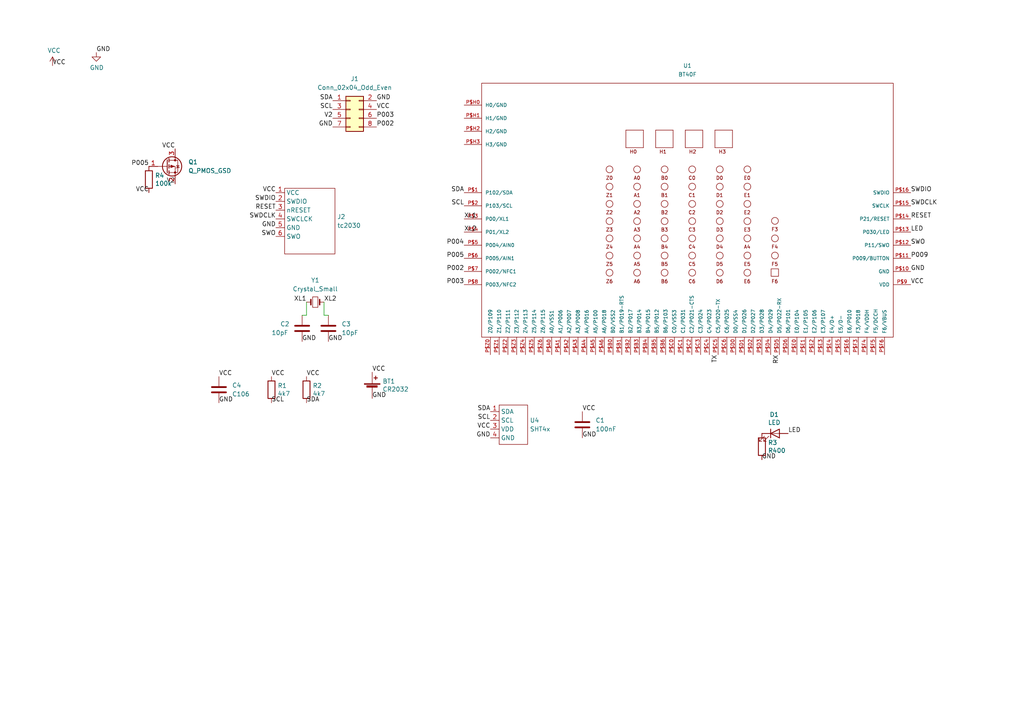
<source format=kicad_sch>
(kicad_sch (version 20211123) (generator eeschema)
  (paper "A4")
  (lib_symbols
    (symbol "Connector_Generic:Conn_02x04_Odd_Even" (pin_names (offset 1.016) hide)
      (property "Reference" "J" (at 1.27 5.08 0))
      (property "Value" "Conn_02x04_Odd_Even" (at 1.27 -7.62 0))
      (symbol "Conn_02x04_Odd_Even_1_1"
        (rectangle (start -1.27 -4.953) (end 0 -5.207) (stroke (width 0.1524)))
        (rectangle (start -1.27 -2.413) (end 0 -2.667) (stroke (width 0.1524)))
        (rectangle (start -1.27 0.127) (end 0 -0.127) (stroke (width 0.1524)))
        (rectangle (start -1.27 2.667) (end 0 2.413) (stroke (width 0.1524)))
        (rectangle (start -1.27 3.81) (end 3.81 -6.35) (stroke (width 0.254)) (fill (type background)))
        (rectangle (start 3.81 -4.953) (end 2.54 -5.207) (stroke (width 0.1524)))
        (rectangle (start 3.81 -2.413) (end 2.54 -2.667) (stroke (width 0.1524)))
        (rectangle (start 3.81 0.127) (end 2.54 -0.127) (stroke (width 0.1524)))
        (rectangle (start 3.81 2.667) (end 2.54 2.413) (stroke (width 0.1524)))
        (pin passive line (at -5.08 2.54 0) (length 3.81) (name "Pin_1") (number "1"))
        (pin passive line (at 7.62 2.54 180) (length 3.81) (name "Pin_2") (number "2"))
        (pin passive line (at -5.08 0 0) (length 3.81) (name "Pin_3") (number "3"))
        (pin passive line (at 7.62 0 180) (length 3.81) (name "Pin_4") (number "4"))
        (pin passive line (at -5.08 -2.54 0) (length 3.81) (name "Pin_5") (number "5"))
        (pin passive line (at 7.62 -2.54 180) (length 3.81) (name "Pin_6") (number "6"))
        (pin passive line (at -5.08 -5.08 0) (length 3.81) (name "Pin_7") (number "7"))
        (pin passive line (at 7.62 -5.08 180) (length 3.81) (name "Pin_8") (number "8"))
      )
    )
    (symbol "Device:Battery_Cell" (pin_numbers hide) (pin_names (offset 0) hide)
      (property "Reference" "BT" (at 2.54 2.54 0))
      (property "Value" "Battery_Cell" (at 2.54 0 0))
      (symbol "Battery_Cell_0_1"
        (rectangle (start -2.286 1.778) (end 2.286 1.524) (fill (type outline)))
        (rectangle (start -1.5748 1.1938) (end 1.4732 0.6858) (fill (type outline)))
        (polyline (pts (xy 0 0.762) (xy 0 0)))
        (polyline (pts (xy 0 1.778) (xy 0 2.54)))
        (polyline (pts (xy 0.508 3.429) (xy 1.524 3.429)) (stroke (width 0.254)))
        (polyline (pts (xy 1.016 3.937) (xy 1.016 2.921)) (stroke (width 0.254)))
      )
      (symbol "Battery_Cell_1_1"
        (pin passive line (at 0 5.08 270) (length 2.54) (name "+") (number "1"))
        (pin passive line (at 0 -2.54 90) (length 2.54) (name "-") (number "2"))
      )
    )
    (symbol "Device:C" (pin_numbers hide) (pin_names (offset 0.254))
      (property "Reference" "C" (at 0.635 2.54 0))
      (property "Value" "C" (at 0.635 -2.54 0))
      (symbol "C_0_1"
        (polyline (pts (xy -2.032 -0.762) (xy 2.032 -0.762)) (stroke (width 0.508)))
        (polyline (pts (xy -2.032 0.762) (xy 2.032 0.762)) (stroke (width 0.508)))
      )
      (symbol "C_1_1"
        (pin passive line (at 0 3.81 270) (length 2.794) (name "~") (number "1"))
        (pin passive line (at 0 -3.81 90) (length 2.794) (name "~") (number "2"))
      )
    )
    (symbol "Device:Crystal_Small" (pin_numbers hide) (pin_names (offset 1.016) hide)
      (property "Reference" "Y" (at 0 2.54 0))
      (property "Value" "Crystal_Small" (at 0 -2.54 0))
      (symbol "Crystal_Small_0_1"
        (rectangle (start -0.762 -1.524) (end 0.762 1.524))
        (polyline (pts (xy -1.27 -0.762) (xy -1.27 0.762)) (stroke (width 0.381)))
        (polyline (pts (xy 1.27 -0.762) (xy 1.27 0.762)) (stroke (width 0.381)))
      )
      (symbol "Crystal_Small_1_1"
        (pin passive line (at -2.54 0 0) (length 1.27) (name "1") (number "1"))
        (pin passive line (at 2.54 0 180) (length 1.27) (name "2") (number "2"))
      )
    )
    (symbol "Device:LED" (pin_numbers hide) (pin_names (offset 1.016) hide)
      (property "Reference" "D" (at 0 2.54 0))
      (property "Value" "LED" (at 0 -2.54 0))
      (symbol "LED_0_1"
        (polyline (pts (xy -1.27 -1.27) (xy -1.27 1.27)) (stroke (width 0.254)))
        (polyline (pts (xy -1.27 0) (xy 1.27 0)))
        (polyline (pts (xy 1.27 -1.27) (xy 1.27 1.27) (xy -1.27 0) (xy 1.27 -1.27)) (stroke (width 0.254)))
        (polyline (pts (xy -3.048 -0.762) (xy -4.572 -2.286) (xy -3.81 -2.286) (xy -4.572 -2.286) (xy -4.572 -1.524)))
        (polyline (pts (xy -1.778 -0.762) (xy -3.302 -2.286) (xy -2.54 -2.286) (xy -3.302 -2.286) (xy -3.302 -1.524)))
      )
      (symbol "LED_1_1"
        (pin passive line (at -3.81 0 0) (length 2.54) (name "K") (number "1"))
        (pin passive line (at 3.81 0 180) (length 2.54) (name "A") (number "2"))
      )
    )
    (symbol "Device:Q_PMOS_GSD" (pin_names (offset 0) hide)
      (property "Reference" "Q" (at 5.08 1.27 0))
      (property "Value" "Q_PMOS_GSD" (at 5.08 -1.27 0))
      (symbol "Q_PMOS_GSD_0_1"
        (polyline (pts (xy 0.254 0) (xy -2.54 0)))
        (polyline (pts (xy 0.254 1.905) (xy 0.254 -1.905)) (stroke (width 0.254)))
        (polyline (pts (xy 0.762 -1.27) (xy 0.762 -2.286)) (stroke (width 0.254)))
        (polyline (pts (xy 0.762 0.508) (xy 0.762 -0.508)) (stroke (width 0.254)))
        (polyline (pts (xy 0.762 2.286) (xy 0.762 1.27)) (stroke (width 0.254)))
        (polyline (pts (xy 2.54 2.54) (xy 2.54 1.778)))
        (polyline (pts (xy 2.54 -2.54) (xy 2.54 0) (xy 0.762 0)))
        (polyline (pts (xy 0.762 1.778) (xy 3.302 1.778) (xy 3.302 -1.778) (xy 0.762 -1.778)))
        (polyline (pts (xy 2.286 0) (xy 1.27 0.381) (xy 1.27 -0.381) (xy 2.286 0)) (fill (type outline)))
        (polyline (pts (xy 2.794 -0.508) (xy 2.921 -0.381) (xy 3.683 -0.381) (xy 3.81 -0.254)))
        (polyline (pts (xy 3.302 -0.381) (xy 2.921 0.254) (xy 3.683 0.254) (xy 3.302 -0.381)))
        (circle (center 1.651 0) (radius 2.794) (stroke (width 0.254)))
        (circle (center 2.54 -1.778) (radius 0.254) (fill (type outline)))
        (circle (center 2.54 1.778) (radius 0.254) (fill (type outline)))
      )
      (symbol "Q_PMOS_GSD_1_1"
        (pin input line (at -5.08 0 0) (length 2.54) (name "G") (number "1"))
        (pin passive line (at 2.54 -5.08 90) (length 2.54) (name "S") (number "2"))
        (pin passive line (at 2.54 5.08 270) (length 2.54) (name "D") (number "3"))
      )
    )
    (symbol "Device:R" (pin_numbers hide) (pin_names (offset 0))
      (property "Reference" "R" (at 2.032 0 90))
      (property "Value" "R" (at 0 0 90))
      (symbol "R_0_1"
        (rectangle (start -1.016 -2.54) (end 1.016 2.54) (stroke (width 0.254)))
      )
      (symbol "R_1_1"
        (pin passive line (at 0 3.81 270) (length 1.27) (name "~") (number "1"))
        (pin passive line (at 0 -3.81 90) (length 1.27) (name "~") (number "2"))
      )
    )
    (symbol "Fanstel:BT40F" (pin_names (offset 1.016))
      (property "Reference" "U1" (at 2.54 52.07 0))
      (property "Value" "BT40F" (at 2.54 49.53 0))
      (symbol "BT40F_0_1"
        (rectangle (start -57.15 46.99) (end 62.23 -26.67))
      )
      (symbol "BT40F_1_0"
        (polyline (pts (xy -15.3162 28.2956) (xy -15.3162 33.3756)))
        (polyline (pts (xy -15.3162 33.3756) (xy -10.2362 33.3756)))
        (polyline (pts (xy -10.2362 28.2956) (xy -15.3162 28.2956)))
        (polyline (pts (xy -10.2362 33.3756) (xy -10.2362 28.2956)))
        (polyline (pts (xy -6.6802 28.2956) (xy -6.6802 33.3756)))
        (polyline (pts (xy -6.6802 33.3756) (xy -1.6256 33.3756)))
        (polyline (pts (xy -1.6256 28.2956) (xy -6.6802 28.2956)))
        (polyline (pts (xy -1.6256 33.3756) (xy -1.6256 28.2956)))
        (polyline (pts (xy 1.905 28.2956) (xy 1.905 33.3756)))
        (polyline (pts (xy 1.905 33.3756) (xy 6.985 33.3756)))
        (polyline (pts (xy 6.985 28.2956) (xy 1.905 28.2956)))
        (polyline (pts (xy 6.985 33.3756) (xy 6.985 28.2956)))
        (polyline (pts (xy 10.5156 28.2956) (xy 10.5156 33.3756)))
        (polyline (pts (xy 10.5156 33.3756) (xy 15.5956 33.3756)))
        (polyline (pts (xy 15.5956 28.2956) (xy 10.5156 28.2956)))
        (polyline (pts (xy 15.5956 33.3756) (xy 15.5956 28.2956)))
        (text "A0" (at -12.0904 19.5072 0) (effects (font (size 1.016 1.016))))
        (text "A1" (at -12.0904 14.5034 0) (effects (font (size 1.016 1.016))))
        (text "A2" (at -12.0904 9.4996 0) (effects (font (size 1.016 1.016))))
        (text "A3" (at -12.0904 4.4958 0) (effects (font (size 1.016 1.016))))
        (text "A4" (at -12.0904 -0.4826 0) (effects (font (size 1.016 1.016))))
        (text "A4" (at 19.8628 -0.4826 0) (effects (font (size 1.016 1.016))))
        (text "A5" (at -12.0904 -5.4864 0) (effects (font (size 1.016 1.016))))
        (text "A6" (at -12.0904 -10.4902 0) (effects (font (size 1.016 1.016))))
        (text "B0" (at -4.1148 19.5072 0) (effects (font (size 1.016 1.016))))
        (text "B1" (at -4.1148 14.5034 0) (effects (font (size 1.016 1.016))))
        (text "B2" (at -4.1148 9.4996 0) (effects (font (size 1.016 1.016))))
        (text "B3" (at -4.1148 4.4958 0) (effects (font (size 1.016 1.016))))
        (text "B4" (at -4.1148 -0.4826 0) (effects (font (size 1.016 1.016))))
        (text "B5" (at -4.1148 -5.4864 0) (effects (font (size 1.016 1.016))))
        (text "B6" (at -4.1148 -10.4902 0) (effects (font (size 1.016 1.016))))
        (text "C0" (at 3.8608 19.5072 0) (effects (font (size 1.016 1.016))))
        (text "C1" (at 3.8608 14.5034 0) (effects (font (size 1.016 1.016))))
        (text "C2" (at 3.8608 9.4996 0) (effects (font (size 1.016 1.016))))
        (text "C3" (at 3.8608 4.4958 0) (effects (font (size 1.016 1.016))))
        (text "C4" (at 3.8608 -0.4826 0) (effects (font (size 1.016 1.016))))
        (text "C5" (at 3.8608 -5.4864 0) (effects (font (size 1.016 1.016))))
        (text "C6" (at 3.8608 -10.4902 0) (effects (font (size 1.016 1.016))))
        (text "D0" (at 11.8618 19.5072 0) (effects (font (size 1.016 1.016))))
        (text "D1" (at 11.8618 14.5034 0) (effects (font (size 1.016 1.016))))
        (text "D2" (at 11.8618 9.4996 0) (effects (font (size 1.016 1.016))))
        (text "D3" (at 11.8618 4.4958 0) (effects (font (size 1.016 1.016))))
        (text "D4" (at 11.8618 -0.4826 0) (effects (font (size 1.016 1.016))))
        (text "D5" (at 11.8618 -5.4864 0) (effects (font (size 1.016 1.016))))
        (text "D6" (at 11.8618 -10.4902 0) (effects (font (size 1.016 1.016))))
        (text "E0" (at 19.8628 19.5072 0) (effects (font (size 1.016 1.016))))
        (text "E1" (at 19.8628 14.5034 0) (effects (font (size 1.016 1.016))))
        (text "E2" (at 19.8628 9.4996 0) (effects (font (size 1.016 1.016))))
        (text "E3" (at 19.8628 4.4958 0) (effects (font (size 1.016 1.016))))
        (text "E5" (at 19.8628 -5.4864 0) (effects (font (size 1.016 1.016))))
        (text "E6" (at 19.8628 -10.4902 0) (effects (font (size 1.016 1.016))))
        (text "F4" (at 27.8638 -0.4826 0) (effects (font (size 1.016 1.016))))
        (text "F5" (at 27.8638 -5.4864 0) (effects (font (size 1.016 1.016))))
        (text "F6" (at 27.8638 -10.4902 0) (effects (font (size 1.016 1.016))))
        (text "H0" (at -13.1826 27.1272 0) (effects (font (size 1.016 1.016))))
        (text "H1" (at -4.572 27.1272 0) (effects (font (size 1.016 1.016))))
        (text "H2" (at 4.0386 27.1272 0) (effects (font (size 1.016 1.016))))
        (text "H3" (at 12.6492 27.1272 0) (effects (font (size 1.016 1.016))))
        (text "Z0" (at -20.0914 19.5072 0) (effects (font (size 1.016 1.016))))
        (text "Z1" (at -20.0914 14.5034 0) (effects (font (size 1.016 1.016))))
        (text "Z2" (at -20.0914 9.4996 0) (effects (font (size 1.016 1.016))))
        (text "Z3" (at -20.0914 4.4958 0) (effects (font (size 1.016 1.016))))
        (text "Z4" (at -20.0914 -0.4826 0) (effects (font (size 1.016 1.016))))
        (text "Z5" (at -20.0914 -5.4864 0) (effects (font (size 1.016 1.016))))
        (text "Z6" (at -20.0914 -10.4902 0) (effects (font (size 1.016 1.016))))
      )
      (symbol "BT40F_1_1"
        (circle (center -20.066 -7.9756) (radius 0.9906))
        (circle (center -20.066 -2.9972) (radius 0.9906))
        (circle (center -20.066 1.9812) (radius 0.9906))
        (circle (center -20.066 6.985) (radius 0.9906))
        (circle (center -20.066 11.9888) (radius 0.9906))
        (circle (center -20.066 16.9926) (radius 0.9906))
        (circle (center -20.066 21.9964) (radius 0.9906))
        (circle (center -12.065 -7.9756) (radius 0.9906))
        (circle (center -12.065 -2.9972) (radius 0.9906))
        (circle (center -12.065 1.9812) (radius 0.9906))
        (circle (center -12.065 6.985) (radius 0.9906))
        (circle (center -12.065 11.9888) (radius 0.9906))
        (circle (center -12.065 16.9926) (radius 0.9906))
        (circle (center -12.065 21.9964) (radius 0.9906))
        (circle (center -4.0894 -7.9756) (radius 0.9906))
        (circle (center -4.0894 -2.9972) (radius 0.9906))
        (circle (center -4.0894 1.9812) (radius 0.9906))
        (circle (center -4.0894 6.985) (radius 0.9906))
        (circle (center -4.0894 11.9888) (radius 0.9906))
        (circle (center -4.0894 16.9926) (radius 0.9906))
        (circle (center -4.0894 21.9964) (radius 0.9906))
        (circle (center 3.9116 -7.9756) (radius 0.9906))
        (circle (center 3.9116 -2.9972) (radius 0.9906))
        (circle (center 3.9116 1.9812) (radius 0.9906))
        (circle (center 3.9116 6.985) (radius 0.9906))
        (circle (center 3.9116 11.9888) (radius 0.9906))
        (circle (center 3.9116 16.9926) (radius 0.9906))
        (circle (center 3.9116 21.9964) (radius 0.9906))
        (circle (center 11.9126 -7.9756) (radius 0.9906))
        (circle (center 11.9126 -2.9972) (radius 0.9906))
        (circle (center 11.9126 1.9812) (radius 0.9906))
        (circle (center 11.9126 6.985) (radius 0.9906))
        (circle (center 11.9126 11.9888) (radius 0.9906))
        (circle (center 11.9126 16.9926) (radius 0.9906))
        (circle (center 11.9126 21.9964) (radius 0.9906))
        (circle (center 19.9136 -7.9756) (radius 0.9906))
        (circle (center 19.9136 -2.9972) (radius 0.9906))
        (circle (center 19.9136 1.9812) (radius 0.9906))
        (circle (center 19.9136 6.985) (radius 0.9906))
        (circle (center 19.9136 11.9888) (radius 0.9906))
        (circle (center 19.9136 16.9926) (radius 0.9906))
        (circle (center 19.9136 21.9964) (radius 0.9906))
        (rectangle (start 26.797 -6.858) (end 28.956 -9.017))
        (circle (center 27.9146 -2.9972) (radius 0.9906))
        (circle (center 27.9146 1.9812) (radius 0.9906))
        (circle (center 27.9146 7.0612) (radius 0.9906))
        (text "F3" (at 27.8638 4.5974 0) (effects (font (size 1.016 1.016))))
        (pin bidirectional line (at -62.23 15.24 0) (length 5.08) (name "P102/SDA") (number "P$1"))
        (pin bidirectional line (at 67.31 -7.62 180) (length 5.08) (name "GND") (number "P$10"))
        (pin bidirectional line (at 67.31 -3.81 180) (length 5.08) (name "P009/BUTTON") (number "P$11"))
        (pin bidirectional line (at 67.31 0 180) (length 5.08) (name "P11/SWO") (number "P$12"))
        (pin bidirectional line (at 67.31 3.81 180) (length 5.08) (name "P030/LED") (number "P$13"))
        (pin bidirectional line (at 67.31 7.62 180) (length 5.08) (name "P21/RESET") (number "P$14"))
        (pin bidirectional line (at 67.31 11.43 180) (length 5.08) (name "SWCLK") (number "P$15"))
        (pin bidirectional line (at 67.31 15.24 180) (length 5.08) (name "SWDIO") (number "P$16"))
        (pin bidirectional line (at -62.23 11.43 0) (length 5.08) (name "P103/SCL") (number "P$2"))
        (pin bidirectional line (at -62.23 7.62 0) (length 5.08) (name "P00/XL1") (number "P$3"))
        (pin bidirectional line (at -62.23 3.81 0) (length 5.08) (name "P01/XL2") (number "P$4"))
        (pin bidirectional line (at -62.23 0 0) (length 5.08) (name "P004/AIN0") (number "P$5"))
        (pin bidirectional line (at -62.23 -3.81 0) (length 5.08) (name "P005/AIN1") (number "P$6"))
        (pin bidirectional line (at -62.23 -7.62 0) (length 5.08) (name "P002/NFC1") (number "P$7"))
        (pin bidirectional line (at -62.23 -11.43 0) (length 5.08) (name "P003/NFC2") (number "P$8"))
        (pin bidirectional line (at 67.31 -11.43 180) (length 5.08) (name "VDD") (number "P$9"))
        (pin bidirectional line (at -36.83 -31.75 90) (length 5.08) (name "A0/VSS1") (number "P$A0"))
        (pin bidirectional line (at -34.29 -31.75 90) (length 5.08) (name "A1/P006") (number "P$A1"))
        (pin bidirectional line (at -31.75 -31.75 90) (length 5.08) (name "A2/P007") (number "P$A2"))
        (pin bidirectional line (at -29.21 -31.75 90) (length 5.08) (name "A3/P008") (number "P$A3"))
        (pin bidirectional line (at -26.67 -31.75 90) (length 5.08) (name "A4/P016") (number "P$A4"))
        (pin bidirectional line (at -24.13 -31.75 90) (length 5.08) (name "A5/P100") (number "P$A5"))
        (pin bidirectional line (at -21.59 -31.75 90) (length 5.08) (name "A6/P018") (number "P$A6"))
        (pin bidirectional line (at -19.05 -31.75 90) (length 5.08) (name "B0/VSS2") (number "P$B0"))
        (pin bidirectional line (at -16.51 -31.75 90) (length 5.08) (name "B1/P019-RTS") (number "P$B1"))
        (pin bidirectional line (at -13.97 -31.75 90) (length 5.08) (name "B2/P017") (number "P$B2"))
        (pin bidirectional line (at -11.43 -31.75 90) (length 5.08) (name "B3/P014") (number "P$B3"))
        (pin bidirectional line (at -8.89 -31.75 90) (length 5.08) (name "B4/P015") (number "P$B4"))
        (pin bidirectional line (at -6.35 -31.75 90) (length 5.08) (name "B5/P012") (number "P$B5"))
        (pin bidirectional line (at -3.81 -31.75 90) (length 5.08) (name "B6/P103") (number "P$B6"))
        (pin bidirectional line (at -1.27 -31.75 90) (length 5.08) (name "C0/VSS3") (number "P$C0"))
        (pin bidirectional line (at 1.27 -31.75 90) (length 5.08) (name "C1/P031") (number "P$C1"))
        (pin bidirectional line (at 3.81 -31.75 90) (length 5.08) (name "C2/P021-CTS") (number "P$C2"))
        (pin bidirectional line (at 6.35 -31.75 90) (length 5.08) (name "C3/P024") (number "P$C3"))
        (pin bidirectional line (at 8.89 -31.75 90) (length 5.08) (name "C4/P023") (number "P$C4"))
        (pin bidirectional line (at 11.43 -31.75 90) (length 5.08) (name "C5/P020-TX") (number "P$C5"))
        (pin bidirectional line (at 13.97 -31.75 90) (length 5.08) (name "C6/P025") (number "P$C6"))
        (pin bidirectional line (at 16.51 -31.75 90) (length 5.08) (name "D0/VSS4") (number "P$D0"))
        (pin bidirectional line (at 19.05 -31.75 90) (length 5.08) (name "D1/P026") (number "P$D1"))
        (pin bidirectional line (at 21.59 -31.75 90) (length 5.08) (name "D2/P027") (number "P$D2"))
        (pin bidirectional line (at 24.13 -31.75 90) (length 5.08) (name "D3/P028") (number "P$D3"))
        (pin bidirectional line (at 26.67 -31.75 90) (length 5.08) (name "D4/P029") (number "P$D4"))
        (pin bidirectional line (at 29.21 -31.75 90) (length 5.08) (name "D5/P022-RX") (number "P$D5"))
        (pin bidirectional line (at 31.75 -31.75 90) (length 5.08) (name "D6/P101") (number "P$D6"))
        (pin bidirectional line (at 34.29 -31.75 90) (length 5.08) (name "E0/P104") (number "P$E0"))
        (pin bidirectional line (at 36.83 -31.75 90) (length 5.08) (name "E1/P105") (number "P$E1"))
        (pin bidirectional line (at 39.37 -31.75 90) (length 5.08) (name "E2/P106") (number "P$E2"))
        (pin bidirectional line (at 41.91 -31.75 90) (length 5.08) (name "E3/P107") (number "P$E3"))
        (pin bidirectional line (at 44.45 -31.75 90) (length 5.08) (name "E4/D+") (number "P$E4"))
        (pin bidirectional line (at 46.99 -31.75 90) (length 5.08) (name "E5/D-") (number "P$E5"))
        (pin bidirectional line (at 49.53 -31.75 90) (length 5.08) (name "E6/P010") (number "P$E6"))
        (pin bidirectional line (at 52.07 -31.75 90) (length 5.08) (name "F3/P018") (number "P$F3"))
        (pin bidirectional line (at 54.61 -31.75 90) (length 5.08) (name "F4/VDDH") (number "P$F4"))
        (pin bidirectional line (at 57.15 -31.75 90) (length 5.08) (name "F5/DCCH") (number "P$F5"))
        (pin bidirectional line (at 59.69 -31.75 90) (length 5.08) (name "F6/VBUS") (number "P$F6"))
        (pin bidirectional line (at -62.23 40.64 0) (length 5.08) (name "H0/GND") (number "P$H0"))
        (pin bidirectional line (at -62.23 36.83 0) (length 5.08) (name "H1/GND") (number "P$H1"))
        (pin bidirectional line (at -62.23 33.02 0) (length 5.08) (name "H2/GND") (number "P$H2"))
        (pin bidirectional line (at -62.23 29.21 0) (length 5.08) (name "H3/GND") (number "P$H3"))
        (pin bidirectional line (at -54.61 -31.75 90) (length 5.08) (name "Z0/P109") (number "P$Z0"))
        (pin bidirectional line (at -52.07 -31.75 90) (length 5.08) (name "Z1/P110") (number "P$Z1"))
        (pin bidirectional line (at -49.53 -31.75 90) (length 5.08) (name "Z2/P111") (number "P$Z2"))
        (pin bidirectional line (at -46.99 -31.75 90) (length 5.08) (name "Z3/P112") (number "P$Z3"))
        (pin bidirectional line (at -44.45 -31.75 90) (length 5.08) (name "Z4/P113") (number "P$Z4"))
        (pin bidirectional line (at -41.91 -31.75 90) (length 5.08) (name "Z5/P114") (number "P$Z5"))
        (pin bidirectional line (at -39.37 -31.75 90) (length 5.08) (name "Z6/P115") (number "P$Z6"))
      )
    )
    (symbol "HASymbols:SHT4x"
      (property "Reference" "U" (at -2.54 6.985 0))
      (property "Value" "SHT4x" (at -1.27 -6.985 0))
      (symbol "SHT4x_0_1"
        (rectangle (start -3.81 5.715) (end 4.445 -5.715))
      )
      (symbol "SHT4x_1_1"
        (pin bidirectional line (at -6.35 3.81 0) (length 2.54) (name "SDA") (number "1"))
        (pin input line (at -6.35 1.27 0) (length 2.54) (name "SCL") (number "2"))
        (pin input line (at -6.35 -1.27 0) (length 2.54) (name "VDD") (number "3"))
        (pin input line (at -6.35 -3.81 0) (length 2.54) (name "GND") (number "4"))
      )
    )
    (symbol "HASymbols:tc2030"
      (property "Reference" "J" (at 8.89 5.08 0))
      (property "Value" "tc2030" (at 8.89 2.54 0))
      (symbol "tc2030_0_1"
        (rectangle (start 0 19.05) (end 14.605 0))
      )
      (symbol "tc2030_1_1"
        (pin power_in line (at -2.54 17.78 0) (length 2.54) (name "VCC") (number "1"))
        (pin bidirectional line (at -2.54 15.24 0) (length 2.54) (name "SWDIO") (number "2"))
        (pin input line (at -2.54 12.7 0) (length 2.54) (name "nRESET") (number "3"))
        (pin input line (at -2.54 10.16 0) (length 2.54) (name "SWCLCK") (number "4"))
        (pin power_in line (at -2.54 7.62 0) (length 2.54) (name "GND") (number "5"))
        (pin power_in line (at -2.54 5.08 0) (length 2.54) (name "SWO") (number "6"))
      )
    )
    (symbol "power:GND" (power) (pin_names (offset 0))
      (property "Value" "GND" (at 0 -3.81 0))
      (symbol "GND_0_1"
        (polyline (pts (xy 0 0) (xy 0 -1.27) (xy 1.27 -1.27) (xy 0 -2.54) (xy -1.27 -1.27) (xy 0 -1.27)))
      )
      (symbol "GND_1_1"
        (pin power_in line (at 0 0 270) (length 0) hide (name "GND") (number "1"))
      )
    )
    (symbol "power:VCC" (power) (pin_names (offset 0))
      (property "Value" "VCC" (at 0 3.81 0))
      (symbol "VCC_0_1"
        (polyline (pts (xy -0.762 1.27) (xy 0 2.54)))
        (polyline (pts (xy 0 0) (xy 0 2.54)))
        (polyline (pts (xy 0 2.54) (xy 0.762 1.27)))
      )
      (symbol "VCC_1_1"
        (pin power_in line (at 0 0 90) (length 0) hide (name "VCC") (number "1"))
      )
    )
  )
  (wire (pts (xy 93.98 91.44) (xy 95.25 91.44)))
  (wire (pts (xy 88.9 91.44) (xy 87.63 91.44)))
  (wire (pts (xy 93.98 87.63) (xy 93.98 91.44)))
  (wire (pts (xy 88.9 87.63) (xy 88.9 91.44)))
  (label "XL1" (at 88.9 87.63 180))
  (label "GND" (at 142.24 127 180))
  (label "SWO" (at 264.16 71.12 0))
  (label "SWDCLK" (at 80.01 63.5 180))
  (label "SCL" (at 96.52 31.75 180))
  (label "LED" (at 264.16 67.31 0))
  (label "GND" (at 168.91 127 0))
  (label "LED" (at 228.6 125.73 0))
  (label "SWO" (at 80.01 68.58 180))
  (label "VCC" (at 80.01 55.88 180))
  (label "XL2" (at 134.62 67.31 0))
  (label "GND" (at 96.52 36.83 180))
  (label "SWDIO" (at 264.16 55.88 0))
  (label "SWDCLK" (at 264.16 59.69 0))
  (label "VCC" (at 43.18 55.88 180))
  (label "P002" (at 109.22 36.83 0))
  (label "XL1" (at 134.62 63.5 0))
  (label "P009" (at 264.16 74.93 0))
  (label "GND" (at 264.16 78.74 0))
  (label "P003" (at 109.22 34.29 0))
  (label "GND" (at 63.5 116.84 0))
  (label "SDA" (at 134.62 55.88 180))
  (label "P004" (at 134.62 71.12 180))
  (label "SWDIO" (at 80.01 58.42 180))
  (label "GND" (at 95.25 99.06 0))
  (label "VCC" (at 168.91 119.38 0))
  (label "RESET" (at 264.16 63.5 0))
  (label "GND" (at 220.98 133.35 0))
  (label "SCL" (at 134.62 59.69 180))
  (label "GND" (at 80.01 66.04 180))
  (label "TX" (at 208.28 102.87 270))
  (label "VCC" (at 88.9 109.22 0))
  (label "V2" (at 50.8 53.34 180))
  (label "VCC" (at 142.24 124.46 180))
  (label "SCL" (at 78.74 116.84 0))
  (label "SDA" (at 88.9 116.84 0))
  (label "VCC" (at 63.5 109.22 0))
  (label "P003" (at 134.62 82.55 180))
  (label "SDA" (at 142.24 119.38 180))
  (label "SCL" (at 142.24 121.92 180))
  (label "GND" (at 107.95 115.57 0))
  (label "VCC" (at 15.24 19.05 0))
  (label "VCC" (at 109.22 31.75 0))
  (label "P002" (at 134.62 78.74 180))
  (label "VCC" (at 78.74 109.22 0))
  (label "VCC" (at 50.8 43.18 180))
  (label "GND" (at 27.94 15.24 0))
  (label "VCC" (at 107.95 107.95 0))
  (label "P005" (at 43.18 48.26 180))
  (label "XL2" (at 93.98 87.63 0))
  (label "GND" (at 109.22 29.21 0))
  (label "P005" (at 134.62 74.93 180))
  (label "RX" (at 226.06 102.87 270))
  (label "VCC" (at 264.16 82.55 0))
  (label "GND" (at 87.63 99.06 0))
  (label "SDA" (at 96.52 29.21 180))
  (label "RESET" (at 80.01 60.96 180))
  (label "V2" (at 96.52 34.29 180))
  (symbol (lib_id "power:GND") (at 27.94 15.24 0) (unit 1)
    (property "Reference" "#PWR01" (effects hide))
    (property "Value" "GND" (at 28.067 19.6342 0))
  )
  (symbol (lib_id "power:VCC") (at 15.24 19.05 0) (unit 1)
    (property "Reference" "#PWR02" (effects hide))
    (property "Value" "VCC" (at 15.6718 14.6558 0))
  )
  (symbol (lib_id "Device:R") (at 78.74 113.03 0) (unit 1)
    (property "Reference" "R1" (at 80.518 111.8616 0) (effects (justify left)))
    (property "Value" "4k7" (at 80.518 114.173 0) (effects (justify left)))
    (property "Footprint" "halib:R_0603_Compact_hand" (effects hide))
  )
  (symbol (lib_id "Device:R") (at 88.9 113.03 0) (unit 1)
    (property "Reference" "R2" (at 90.678 111.8616 0) (effects (justify left)))
    (property "Value" "4k7" (at 90.678 114.173 0) (effects (justify left)))
    (property "Footprint" "halib:R_0603_Compact_hand" (effects hide))
  )
  (symbol (lib_id "Device:LED") (at 224.79 125.73 0) (unit 1)
    (property "Reference" "D1" (at 224.5614 120.2436 0))
    (property "Value" "LED" (at 224.5614 122.555 0))
    (property "Footprint" "LEDs:LED_0805" (effects hide))
  )
  (symbol (lib_id "Device:R") (at 220.98 129.54 0) (unit 1)
    (property "Reference" "R3" (at 222.758 128.3716 0) (effects (justify left)))
    (property "Value" "R400" (at 222.758 130.683 0) (effects (justify left)))
    (property "Footprint" "halib:R_0603_Compact_hand" (effects hide))
  )
  (symbol (lib_id "Device:Battery_Cell") (at 107.95 113.03 0) (unit 1)
    (property "Reference" "BT1" (at 110.9472 110.5916 0) (effects (justify left)))
    (property "Value" "CR2032" (at 110.9472 112.903 0) (effects (justify left)))
    (property "Footprint" "halib:2032-SMD_COMPACT" (effects hide))
  )
  (symbol (lib_id "Device:Crystal_Small") (at 91.44 87.63 180) (unit 1)
    (property "Reference" "Y1" (at 91.44 81.28 0))
    (property "Value" "Crystal_Small" (at 91.44 83.82 0))
    (property "Footprint" "Crystal:Crystal_SMD_MicroCrystal_CM9V-T1A-2Pin_1.6x1.0mm" (effects hide))
  )
  (symbol (lib_id "Connector_Generic:Conn_02x04_Odd_Even") (at 101.6 31.75 0) (unit 1)
    (property "Reference" "J1" (at 102.87 22.86 0))
    (property "Value" "Conn_02x04_Odd_Even" (at 102.87 25.4 0))
    (property "Footprint" "Connector_PinSocket_2.54mm:PinSocket_2x04_P2.54mm_Vertical_SMD" (effects hide))
  )
  (symbol (lib_id "Device:R") (at 43.18 52.07 0) (unit 1)
    (property "Reference" "R4" (at 44.958 50.9016 0) (effects (justify left)))
    (property "Value" "100k" (at 44.958 53.213 0) (effects (justify left)))
    (property "Footprint" "halib:R_0603_Compact_hand" (effects hide))
  )
  (symbol (lib_id "Device:C") (at 168.91 123.19 0) (unit 1)
    (property "Reference" "C1" (at 172.72 121.9199 0) (effects (justify left)))
    (property "Value" "100nF" (at 172.72 124.4599 0) (effects (justify left)))
    (property "Footprint" "halib:C_0603_Compact_hand" (effects hide))
  )
  (symbol (lib_id "Device:C") (at 95.25 95.25 0) (unit 1)
    (property "Reference" "C3" (at 99.06 93.9799 0) (effects (justify left)))
    (property "Value" "10pF" (at 99.06 96.5199 0) (effects (justify left)))
    (property "Footprint" "halib:C_0603_Compact_hand" (effects hide))
  )
  (symbol (lib_id "Device:C") (at 87.63 95.25 0) (unit 1)
    (property "Reference" "C2" (at 81.28 93.98 0) (effects (justify left)))
    (property "Value" "10pF" (at 78.74 96.52 0) (effects (justify left)))
    (property "Footprint" "halib:C_0603_Compact_hand" (effects hide))
  )
  (symbol (lib_id "Fanstel:BT40F") (at 196.85 71.12 0) (unit 1)
    (property "Reference" "U1" (at 199.39 19.05 0) (effects (font (size 1.143 1.143))))
    (property "Value" "BT40F" (at 199.39 21.59 0) (effects (font (size 1.143 1.143))))
    (property "Footprint" "Fanstel:BT40F" (effects hide))
  )
  (symbol (lib_id "HASymbols:SHT4x") (at 148.59 123.19 0) (unit 1)
    (property "Reference" "U4" (at 153.67 121.9199 0) (effects (justify left)))
    (property "Value" "SHT4x" (at 153.67 124.4599 0) (effects (justify left)))
    (property "Footprint" "halib:SHT4x" (effects hide))
  )
  (symbol (lib_id "Device:Q_PMOS_GSD") (at 48.26 48.26 0) (unit 1)
    (property "Reference" "Q1" (at 54.61 46.9899 0) (effects (justify left)))
    (property "Value" "Q_PMOS_GSD" (at 54.61 49.5299 0) (effects (justify left)))
    (property "Footprint" "Package_TO_SOT_SMD:SOT-23" (effects hide))
  )
  (symbol (lib_id "HASymbols:tc2030") (at 82.55 73.66 0) (unit 1)
    (property "Reference" "J2" (at 97.79 62.8649 0) (effects (justify left)))
    (property "Value" "tc2030" (at 97.79 65.4049 0) (effects (justify left)))
    (property "Footprint" "halib:TC2030" (effects hide))
  )
  (symbol (lib_id "Device:C") (at 63.5 113.03 0) (unit 1)
    (property "Reference" "C4" (at 67.31 111.7599 0) (effects (justify left)))
    (property "Value" "C106" (at 67.31 114.2999 0) (effects (justify left)))
    (property "Footprint" "Capacitor_SMD:C_1206_3216Metric_Pad1.33x1.80mm_HandSolder" (effects hide))
  )
)
</source>
